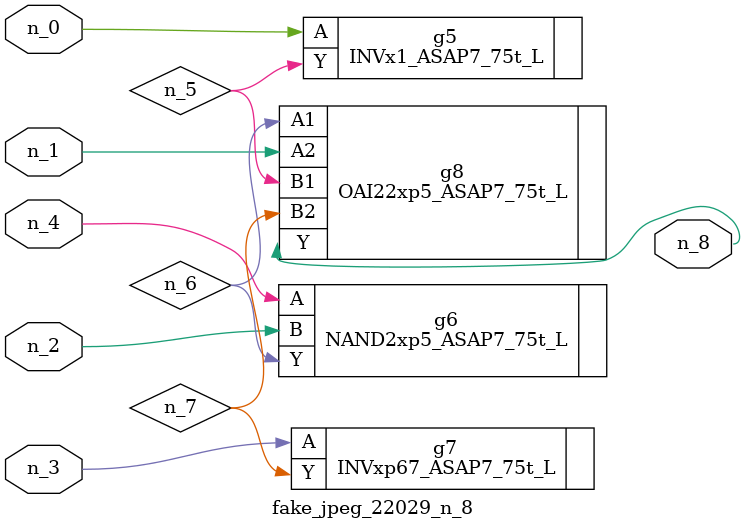
<source format=v>
module fake_jpeg_22029_n_8 (n_3, n_2, n_1, n_0, n_4, n_8);

input n_3;
input n_2;
input n_1;
input n_0;
input n_4;

output n_8;

wire n_6;
wire n_5;
wire n_7;

INVx1_ASAP7_75t_L g5 ( 
.A(n_0),
.Y(n_5)
);

NAND2xp5_ASAP7_75t_L g6 ( 
.A(n_4),
.B(n_2),
.Y(n_6)
);

INVxp67_ASAP7_75t_L g7 ( 
.A(n_3),
.Y(n_7)
);

OAI22xp5_ASAP7_75t_L g8 ( 
.A1(n_6),
.A2(n_1),
.B1(n_5),
.B2(n_7),
.Y(n_8)
);


endmodule
</source>
